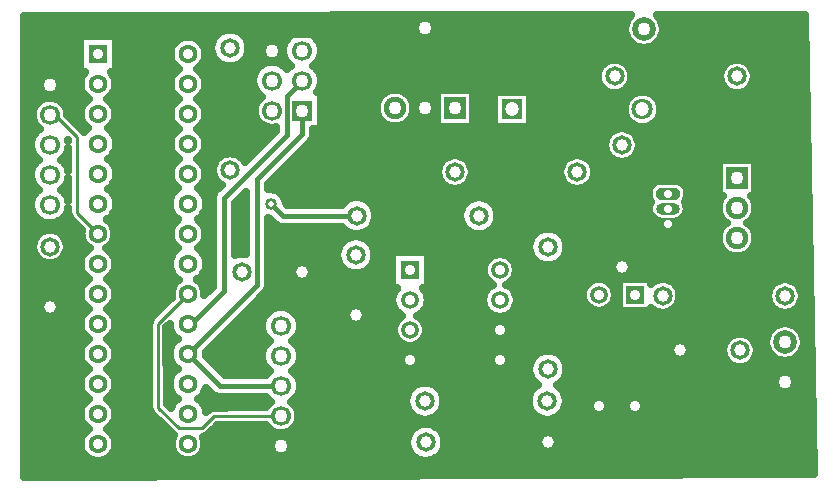
<source format=gbr>
G04 DipTrace 3.3.1.1*
G04 Bottom.Cu.gbr*
%MOIN*%
G04 #@! TF.FileFunction,Copper,L2,Bot*
G04 #@! TF.Part,Single*
%AMOUTLINE0*
4,1,8,
-0.029528,0.019685,
-0.03937,0.009843,
-0.03937,-0.009843,
-0.029528,-0.019685,
0.029528,-0.019685,
0.03937,-0.009843,
0.03937,0.009843,
0.029528,0.019685,
-0.029528,0.019685,
0*%
%ADD13C,0.03937*%
%ADD33C,0.019134*%
%ADD34C,0.047244*%
%ADD35C,0.035433*%
%ADD36C,0.043307*%
%ADD37C,0.027559*%
G04 #@! TA.AperFunction,ComponentPad*
%ADD15C,0.07874*%
G04 #@! TA.AperFunction,Conductor*
%ADD16C,0.01*%
%ADD17C,0.015748*%
G04 #@! TA.AperFunction,CopperBalancing*
%ADD18C,0.025*%
G04 #@! TA.AperFunction,ComponentPad*
%ADD19C,0.064961*%
%ADD20R,0.070866X0.070866*%
%ADD21C,0.070866*%
%ADD22R,0.059055X0.059055*%
%ADD23C,0.059055*%
%ADD24R,0.066929X0.066929*%
%ADD25C,0.066929*%
%ADD27R,0.074803X0.074803*%
%ADD28C,0.074803*%
%ADD29O,0.07874X0.03937*%
%ADD30R,0.062992X0.062992*%
%ADD31C,0.062992*%
G04 #@! TA.AperFunction,ViaPad*
%ADD32C,0.04*%
G04 #@! TA.AperFunction,ComponentPad*
%ADD57OUTLINE0*%
%FSLAX26Y26*%
G04*
G70*
G90*
G75*
G01*
G04 Bottom*
%LPD*%
X514961Y1624409D2*
D16*
X531732D1*
X604961Y1551181D1*
Y1296772D1*
X674961Y1226772D1*
X1284961Y619685D2*
X1061969D1*
X1021024Y578740D1*
X944331D1*
X874961Y648110D1*
Y926772D1*
X974961Y1026772D1*
X1254961Y1837795D2*
Y1849764D1*
X1291024Y1885827D1*
X1524803D1*
X1764961Y1645669D1*
X1251024Y1326772D2*
D17*
X1290394Y1287402D1*
X1537480D1*
X1284961Y719685D2*
X1082047D1*
X974961Y826772D1*
X1354961Y1637795D2*
Y1558189D1*
X1204961Y1408189D1*
Y1056772D1*
X974961Y826772D1*
Y926772D2*
X985984D1*
X1094961Y1035748D1*
Y1345748D1*
X1304961Y1555748D1*
Y1687795D1*
X1354961Y1737795D1*
D32*
X1251024Y1326772D3*
X429961Y1931135D2*
D18*
X2433453D1*
X2556475D2*
X3030673D1*
X429961Y1906266D2*
X1097197D1*
X1132735D2*
X2429685D1*
X2560243D2*
X3031176D1*
X429961Y1881398D2*
X611720D1*
X738188D2*
X953014D1*
X996913D2*
X1061564D1*
X1168332D2*
X1307370D1*
X1402547D2*
X2436180D1*
X2553713D2*
X3031642D1*
X429961Y1856529D2*
X611720D1*
X738188D2*
X922692D1*
X1027235D2*
X1051552D1*
X1178379D2*
X1292622D1*
X1417297D2*
X2458500D1*
X2531428D2*
X3032108D1*
X429961Y1831660D2*
X611720D1*
X738188D2*
X914690D1*
X1035238D2*
X1052521D1*
X1177374D2*
X1290038D1*
X1419879D2*
X3032610D1*
X429961Y1806791D2*
X611720D1*
X738188D2*
X918028D1*
X1031900D2*
X1065152D1*
X1164743D2*
X1297933D1*
X1411986D2*
X2383646D1*
X2411324D2*
X2791110D1*
X2818789D2*
X3033077D1*
X429961Y1781923D2*
X611720D1*
X738188D2*
X935718D1*
X1014209D2*
X1207900D1*
X1402009D2*
X2347689D1*
X2447280D2*
X2755154D1*
X2854745D2*
X3033543D1*
X429961Y1757054D2*
X623024D1*
X726920D2*
X923016D1*
X1026912D2*
X1192793D1*
X1417152D2*
X2339220D1*
X2455748D2*
X2746722D1*
X2863214D2*
X3034046D1*
X429961Y1732185D2*
X614734D1*
X735210D2*
X914726D1*
X1035201D2*
X1189993D1*
X1419916D2*
X2342593D1*
X2452340D2*
X2750094D1*
X2859840D2*
X3034513D1*
X429961Y1707316D2*
X617820D1*
X732088D2*
X917848D1*
X1032079D2*
X1197636D1*
X1412272D2*
X2361218D1*
X2433752D2*
X2768682D1*
X2841217D2*
X3034979D1*
X429961Y1682448D2*
X635080D1*
X714864D2*
X935072D1*
X1014854D2*
X1217087D1*
X1420167D2*
X1613929D1*
X1715996D2*
X1801568D1*
X1928358D2*
X1993512D1*
X2116392D2*
X2444899D1*
X2535125D2*
X3035482D1*
X429961Y1657579D2*
X466138D1*
X563791D2*
X623346D1*
X726597D2*
X923339D1*
X1026589D2*
X1199037D1*
X1420167D2*
X1602734D1*
X1727192D2*
X1801568D1*
X1928358D2*
X1993512D1*
X2116392D2*
X2430726D1*
X2549262D2*
X3035948D1*
X429961Y1632710D2*
X456091D1*
X573839D2*
X614770D1*
X735138D2*
X914762D1*
X1035130D2*
X1195735D1*
X1420167D2*
X1602949D1*
X1726976D2*
X1801568D1*
X1928358D2*
X1993512D1*
X2116392D2*
X2429253D1*
X2550734D2*
X3036450D1*
X429961Y1607841D2*
X457957D1*
X591098D2*
X617640D1*
X732266D2*
X917633D1*
X1032259D2*
X1203988D1*
X1420167D2*
X1614719D1*
X1715206D2*
X1801568D1*
X1928358D2*
X1993512D1*
X2116392D2*
X2439265D1*
X2540722D2*
X3036917D1*
X429961Y1582972D2*
X473350D1*
X615966D2*
X634470D1*
X715474D2*
X934462D1*
X1015465D2*
X1236966D1*
X1420167D2*
X1993512D1*
X2116392D2*
X2482937D1*
X2497042D2*
X3037383D1*
X429961Y1558104D2*
X459571D1*
X729504D2*
X923661D1*
X1026266D2*
X1252324D1*
X1394581D2*
X2375392D1*
X2467052D2*
X3037886D1*
X429961Y1533235D2*
X450385D1*
X737865D2*
X914833D1*
X1035093D2*
X1227457D1*
X1384929D2*
X2363765D1*
X2478678D2*
X3038352D1*
X429961Y1508366D2*
X451820D1*
X735353D2*
X917453D1*
X1032438D2*
X1202589D1*
X1360133D2*
X2364591D1*
X2477853D2*
X3038819D1*
X429961Y1483497D2*
X464917D1*
X564975D2*
X573970D1*
X720102D2*
X933852D1*
X1016075D2*
X1078501D1*
X1151394D2*
X1177722D1*
X1335265D2*
X1838134D1*
X1891793D2*
X2245635D1*
X2299257D2*
X2378693D1*
X2463751D2*
X3039322D1*
X429961Y1458629D2*
X459894D1*
X729181D2*
X924020D1*
X1025907D2*
X1060056D1*
X1310398D2*
X1812656D1*
X1917270D2*
X2220121D1*
X2324735D2*
X2741554D1*
X2868381D2*
X3039787D1*
X429961Y1433760D2*
X450457D1*
X737793D2*
X914906D1*
X1035022D2*
X1056719D1*
X1285529D2*
X1806484D1*
X1923442D2*
X2213949D1*
X2330907D2*
X2741554D1*
X2868381D2*
X3040290D1*
X429961Y1408891D2*
X451713D1*
X735496D2*
X917310D1*
X1032618D2*
X1065260D1*
X1260661D2*
X1811974D1*
X1917953D2*
X2219440D1*
X2325417D2*
X2741554D1*
X2868381D2*
X3040756D1*
X429961Y1384022D2*
X464487D1*
X565441D2*
X573970D1*
X720605D2*
X933278D1*
X1016650D2*
X1078251D1*
X1244585D2*
X1835478D1*
X1894448D2*
X2242944D1*
X2301949D2*
X2513618D1*
X2636318D2*
X2741554D1*
X2868381D2*
X3041223D1*
X429961Y1359154D2*
X460253D1*
X728858D2*
X921077D1*
X1028850D2*
X1057832D1*
X1290625D2*
X2509598D1*
X2640337D2*
X2741554D1*
X2868381D2*
X3041726D1*
X429961Y1334285D2*
X450528D1*
X737722D2*
X912178D1*
X1037749D2*
X1055356D1*
X1138512D2*
X1165341D1*
X1302180D2*
X1494829D1*
X1580139D2*
X1902295D1*
X1987604D2*
X2516381D1*
X2633518D2*
X2745251D1*
X2864685D2*
X3042192D1*
X429961Y1309416D2*
X451568D1*
X735676D2*
X914260D1*
X1035668D2*
X1055356D1*
X1134601D2*
X1165341D1*
X1597650D2*
X1884783D1*
X2005115D2*
X2509598D1*
X2640301D2*
X2741698D1*
X2868238D2*
X3042659D1*
X429961Y1284547D2*
X464056D1*
X565871D2*
X576697D1*
X721143D2*
X928793D1*
X1021135D2*
X1055356D1*
X1134601D2*
X1165341D1*
X1601633D2*
X1880801D1*
X2009134D2*
X2518642D1*
X2631259D2*
X2748803D1*
X2861096D2*
X3043160D1*
X429961Y1259678D2*
X599232D1*
X721538D2*
X924702D1*
X1025226D2*
X1055356D1*
X1134601D2*
X1165341D1*
X1244585D2*
X1263197D1*
X1595138D2*
X1887295D1*
X2002604D2*
X2762869D1*
X2847030D2*
X3043627D1*
X429961Y1234810D2*
X488421D1*
X541507D2*
X618035D1*
X731873D2*
X915049D1*
X1034878D2*
X1055356D1*
X1134601D2*
X1165341D1*
X1244585D2*
X1502652D1*
X1572316D2*
X1910154D1*
X1979781D2*
X2138807D1*
X2211126D2*
X2745466D1*
X2864470D2*
X3044130D1*
X429961Y1209941D2*
X462728D1*
X567199D2*
X620117D1*
X729827D2*
X916950D1*
X1032941D2*
X1055356D1*
X1134601D2*
X1165341D1*
X1244585D2*
X1501253D1*
X1568692D2*
X2116882D1*
X2233051D2*
X2741661D1*
X2868273D2*
X3044596D1*
X429961Y1185072D2*
X456484D1*
X573444D2*
X636588D1*
X713320D2*
X932165D1*
X1017761D2*
X1055356D1*
X1134601D2*
X1165341D1*
X1244585D2*
X1477642D1*
X1592268D2*
X2110782D1*
X2239152D2*
X2748551D1*
X2861383D2*
X3045063D1*
X429961Y1160203D2*
X461903D1*
X568025D2*
X625068D1*
X724839D2*
X921760D1*
X1028168D2*
X1055356D1*
X1134601D2*
X1165341D1*
X1244585D2*
X1470823D1*
X1599085D2*
X1653689D1*
X1776245D2*
X2115123D1*
X2234810D2*
X2772773D1*
X2837161D2*
X3045564D1*
X429961Y1135335D2*
X485228D1*
X544701D2*
X615093D1*
X734815D2*
X912322D1*
X1037605D2*
X1055356D1*
X1244585D2*
X1474555D1*
X1595390D2*
X1653689D1*
X1776245D2*
X1968071D1*
X2061848D2*
X2133318D1*
X2216580D2*
X3046031D1*
X429961Y1110466D2*
X616815D1*
X733092D2*
X913937D1*
X1035991D2*
X1055356D1*
X1244585D2*
X1491564D1*
X1578381D2*
X1653689D1*
X1776245D2*
X1959601D1*
X2070316D2*
X3046497D1*
X429961Y1085597D2*
X631635D1*
X718308D2*
X927787D1*
X1022104D2*
X1055356D1*
X1244585D2*
X1653689D1*
X1776245D2*
X1963621D1*
X2066298D2*
X3047000D1*
X429961Y1060728D2*
X625463D1*
X724480D2*
X929188D1*
X1020740D2*
X1055356D1*
X1244585D2*
X1653689D1*
X1776245D2*
X1985331D1*
X2044588D2*
X2304556D1*
X2385344D2*
X2409446D1*
X2598066D2*
X2924385D1*
X3005530D2*
X3047467D1*
X429961Y1035860D2*
X615201D1*
X734743D2*
X918207D1*
X1031720D2*
X1040097D1*
X1238126D2*
X1661655D1*
X1768280D2*
X1964877D1*
X2065042D2*
X2290849D1*
X2399051D2*
X2409446D1*
X2613567D2*
X2908846D1*
X3021068D2*
X3047933D1*
X429961Y1010991D2*
X616672D1*
X733272D2*
X916377D1*
X1214192D2*
X1653869D1*
X1776066D2*
X1956623D1*
X2073295D2*
X2290957D1*
X2398980D2*
X2409446D1*
X2615290D2*
X2907160D1*
X3022755D2*
X3048436D1*
X429961Y986122D2*
X631097D1*
X718811D2*
X891509D1*
X1189324D2*
X1657241D1*
X1772657D2*
X1960211D1*
X2069706D2*
X2304951D1*
X2384949D2*
X2409446D1*
X2604776D2*
X2917638D1*
X3012277D2*
X3048902D1*
X429961Y961253D2*
X625823D1*
X724085D2*
X866642D1*
X1164457D2*
X1235495D1*
X1334404D2*
X1674717D1*
X1755218D2*
X1979159D1*
X2050760D2*
X3049404D1*
X429961Y936385D2*
X615273D1*
X734635D2*
X845613D1*
X1139588D2*
X1222003D1*
X1347896D2*
X1668797D1*
X1761138D2*
X3049871D1*
X429961Y911516D2*
X616529D1*
X733415D2*
X843962D1*
X905983D2*
X913650D1*
X1114720D2*
X1220280D1*
X1349655D2*
X1659681D1*
X1770217D2*
X2918929D1*
X3010984D2*
X3050337D1*
X429961Y886647D2*
X630594D1*
X719312D2*
X843962D1*
X905983D2*
X926854D1*
X1089818D2*
X1229143D1*
X1340755D2*
X1663198D1*
X1766701D2*
X2783753D1*
X2846168D2*
X2903033D1*
X3026882D2*
X3050840D1*
X429961Y861778D2*
X626217D1*
X723690D2*
X843962D1*
X905983D2*
X922836D1*
X1064949D2*
X1235961D1*
X1333937D2*
X1683652D1*
X1746282D2*
X2761505D1*
X2868417D2*
X2899731D1*
X3030182D2*
X3051306D1*
X429961Y836909D2*
X615381D1*
X734563D2*
X843962D1*
X1040081D2*
X1222146D1*
X1347752D2*
X2165362D1*
X2184572D2*
X2756517D1*
X2873404D2*
X2906801D1*
X3023113D2*
X3051773D1*
X429961Y812041D2*
X616385D1*
X733559D2*
X843962D1*
X905983D2*
X913542D1*
X1044675D2*
X1220209D1*
X1349690D2*
X2122659D1*
X2227274D2*
X2763156D1*
X2866766D2*
X2930412D1*
X2999501D2*
X3052276D1*
X429961Y787172D2*
X630093D1*
X719815D2*
X843962D1*
X905983D2*
X926388D1*
X1069542D2*
X1228820D1*
X1341077D2*
X2111823D1*
X2238075D2*
X2790285D1*
X2839638D2*
X3052741D1*
X429961Y762303D2*
X626648D1*
X723295D2*
X843962D1*
X905983D2*
X923194D1*
X1094411D2*
X1236463D1*
X1333471D2*
X2112181D1*
X2237752D2*
X3053244D1*
X429961Y737434D2*
X615451D1*
X734455D2*
X843962D1*
X1347609D2*
X2123951D1*
X2225982D2*
X3053710D1*
X429961Y712566D2*
X616241D1*
X733667D2*
X843962D1*
X1349762D2*
X1718424D1*
X1811484D2*
X2125925D1*
X2218949D2*
X3054177D1*
X429961Y687697D2*
X629626D1*
X720318D2*
X843962D1*
X905983D2*
X925958D1*
X1023970D2*
X1060703D1*
X1341402D2*
X1703531D1*
X1826375D2*
X2111033D1*
X2233877D2*
X3054680D1*
X429961Y662828D2*
X627042D1*
X722865D2*
X843962D1*
X905983D2*
X923589D1*
X1026337D2*
X1245255D1*
X1324678D2*
X1701056D1*
X1828852D2*
X2108556D1*
X2236316D2*
X3055146D1*
X429961Y637959D2*
X615559D1*
X734348D2*
X845828D1*
X1341402D2*
X1709273D1*
X1820634D2*
X2116739D1*
X2228135D2*
X3055613D1*
X429961Y613091D2*
X616097D1*
X733810D2*
X867180D1*
X1344056D2*
X1736941D1*
X1793004D2*
X2144406D1*
X2200469D2*
X3056114D1*
X429961Y588222D2*
X629123D1*
X720783D2*
X892047D1*
X1073310D2*
X1234957D1*
X1334942D2*
X1740636D1*
X1794331D2*
X3056581D1*
X429961Y563353D2*
X627472D1*
X722471D2*
X916915D1*
X1048442D2*
X1273962D1*
X1295936D2*
X1712109D1*
X1822860D2*
X3057047D1*
X429961Y538484D2*
X615667D1*
X734240D2*
X918709D1*
X1031182D2*
X1703640D1*
X1831328D2*
X3057550D1*
X429961Y513615D2*
X615990D1*
X733954D2*
X919068D1*
X1030860D2*
X1705900D1*
X1829067D2*
X3058017D1*
X429961Y488747D2*
X628693D1*
X721251D2*
X932740D1*
X1017188D2*
X1720433D1*
X1814499D2*
X3058518D1*
X429961Y463878D2*
X3058986D1*
X429961Y439009D2*
X3059451D1*
X623403Y1887516D2*
X735705D1*
Y1766028D1*
X717655D1*
X721874Y1760856D1*
X726629Y1753097D1*
X730110Y1744692D1*
X732235Y1735843D1*
X732949Y1726772D1*
X732235Y1717701D1*
X730110Y1708852D1*
X726629Y1700446D1*
X721874Y1692688D1*
X715965Y1685768D1*
X709045Y1679858D1*
X704312Y1676798D1*
X709045Y1673685D1*
X715965Y1667776D1*
X721874Y1660856D1*
X726629Y1653097D1*
X730110Y1644692D1*
X732235Y1635843D1*
X732949Y1626772D1*
X732235Y1617701D1*
X730110Y1608852D1*
X726629Y1600446D1*
X721874Y1592688D1*
X715965Y1585768D1*
X709045Y1579858D1*
X706900Y1578425D1*
X714411Y1572962D1*
X721151Y1566222D1*
X726753Y1558510D1*
X731081Y1550017D1*
X734026Y1540951D1*
X735517Y1531538D1*
Y1522005D1*
X734026Y1512592D1*
X731081Y1503526D1*
X726753Y1495033D1*
X721151Y1487322D1*
X714411Y1480581D1*
X709411Y1476790D1*
X714411Y1472962D1*
X721151Y1466222D1*
X726753Y1458510D1*
X731081Y1450017D1*
X734026Y1440951D1*
X735517Y1431538D1*
Y1422005D1*
X734026Y1412592D1*
X731081Y1403526D1*
X726753Y1395033D1*
X721151Y1387322D1*
X714411Y1380581D1*
X709411Y1376790D1*
X714411Y1372962D1*
X721151Y1366222D1*
X726753Y1358510D1*
X731081Y1350017D1*
X734026Y1340951D1*
X735517Y1331538D1*
Y1322005D1*
X734026Y1312592D1*
X731081Y1303526D1*
X726753Y1295033D1*
X721151Y1287322D1*
X714411Y1280581D1*
X706699Y1274979D1*
X704017Y1273476D1*
X710680Y1268594D1*
X716783Y1262491D1*
X721856Y1255509D1*
X725774Y1247819D1*
X728441Y1239612D1*
X729791Y1231087D1*
Y1222457D1*
X728441Y1213932D1*
X725774Y1205724D1*
X721856Y1198034D1*
X716783Y1191052D1*
X710680Y1184949D1*
X703698Y1179877D1*
X701286Y1178440D1*
X709045Y1173685D1*
X715965Y1167776D1*
X721874Y1160856D1*
X726629Y1153097D1*
X730110Y1144692D1*
X732235Y1135843D1*
X732949Y1126772D1*
X732235Y1117701D1*
X730110Y1108852D1*
X726629Y1100446D1*
X721874Y1092688D1*
X715965Y1085768D1*
X709045Y1079858D1*
X704312Y1076798D1*
X709045Y1073685D1*
X715965Y1067776D1*
X721874Y1060856D1*
X726629Y1053097D1*
X730110Y1044692D1*
X732235Y1035843D1*
X732949Y1026772D1*
X732235Y1017701D1*
X730110Y1008852D1*
X726629Y1000446D1*
X721874Y992688D1*
X715965Y985768D1*
X709045Y979858D1*
X704312Y976798D1*
X709045Y973685D1*
X715965Y967776D1*
X721874Y960856D1*
X726629Y953097D1*
X730110Y944692D1*
X732235Y935843D1*
X732949Y926772D1*
X732235Y917701D1*
X730110Y908852D1*
X726629Y900446D1*
X721874Y892688D1*
X715965Y885768D1*
X709045Y879858D1*
X704312Y876798D1*
X709045Y873685D1*
X715965Y867776D1*
X721874Y860856D1*
X726629Y853097D1*
X730110Y844692D1*
X732235Y835843D1*
X732949Y826772D1*
X732235Y817701D1*
X730110Y808852D1*
X726629Y800446D1*
X721874Y792688D1*
X715965Y785768D1*
X709045Y779858D1*
X704312Y776798D1*
X709045Y773685D1*
X715965Y767776D1*
X721874Y760856D1*
X726629Y753097D1*
X730110Y744692D1*
X732235Y735843D1*
X732949Y726772D1*
X732235Y717701D1*
X730110Y708852D1*
X726629Y700446D1*
X721874Y692688D1*
X715965Y685768D1*
X709045Y679858D1*
X704312Y676798D1*
X709045Y673685D1*
X715965Y667776D1*
X721874Y660856D1*
X726629Y653097D1*
X730110Y644692D1*
X732235Y635843D1*
X732949Y626772D1*
X732235Y617701D1*
X730110Y608852D1*
X726629Y600446D1*
X721874Y592688D1*
X715965Y585768D1*
X709045Y579858D1*
X704312Y576798D1*
X709045Y573685D1*
X715965Y567776D1*
X721874Y560856D1*
X726629Y553097D1*
X730110Y544692D1*
X732235Y535843D1*
X732949Y526772D1*
X732235Y517701D1*
X730110Y508852D1*
X726629Y500446D1*
X721874Y492688D1*
X715965Y485768D1*
X709045Y479858D1*
X701286Y475104D1*
X692881Y471622D1*
X684031Y469497D1*
X674961Y468783D1*
X665890Y469497D1*
X657041Y471622D1*
X648635Y475104D1*
X640877Y479858D1*
X633957Y485768D1*
X628047Y492688D1*
X623293Y500446D1*
X619811Y508852D1*
X617686Y517701D1*
X616972Y526772D1*
X617686Y535843D1*
X619811Y544692D1*
X623293Y553097D1*
X628047Y560856D1*
X633957Y567776D1*
X640877Y573685D1*
X645609Y576745D1*
X640877Y579858D1*
X633957Y585768D1*
X628047Y592688D1*
X623293Y600446D1*
X619811Y608852D1*
X617686Y617701D1*
X616972Y626772D1*
X617686Y635843D1*
X619811Y644692D1*
X623293Y653097D1*
X628047Y660856D1*
X633957Y667776D1*
X640877Y673685D1*
X645609Y676745D1*
X640877Y679858D1*
X633957Y685768D1*
X628047Y692688D1*
X623293Y700446D1*
X619811Y708852D1*
X617686Y717701D1*
X616972Y726772D1*
X617686Y735843D1*
X619811Y744692D1*
X623293Y753097D1*
X628047Y760856D1*
X633957Y767776D1*
X640877Y773685D1*
X645609Y776745D1*
X640877Y779858D1*
X633957Y785768D1*
X628047Y792688D1*
X623293Y800446D1*
X619811Y808852D1*
X617686Y817701D1*
X616972Y826772D1*
X617686Y835843D1*
X619811Y844692D1*
X623293Y853097D1*
X628047Y860856D1*
X633957Y867776D1*
X640877Y873685D1*
X645609Y876745D1*
X640877Y879858D1*
X633957Y885768D1*
X628047Y892688D1*
X623293Y900446D1*
X619811Y908852D1*
X617686Y917701D1*
X616972Y926772D1*
X617686Y935843D1*
X619811Y944692D1*
X623293Y953097D1*
X628047Y960856D1*
X633957Y967776D1*
X640877Y973685D1*
X645609Y976745D1*
X640877Y979858D1*
X633957Y985768D1*
X628047Y992688D1*
X623293Y1000446D1*
X619811Y1008852D1*
X617686Y1017701D1*
X616972Y1026772D1*
X617686Y1035843D1*
X619811Y1044692D1*
X623293Y1053097D1*
X628047Y1060856D1*
X633957Y1067776D1*
X640877Y1073685D1*
X645609Y1076745D1*
X640877Y1079858D1*
X633957Y1085768D1*
X628047Y1092688D1*
X623293Y1100446D1*
X619811Y1108852D1*
X617686Y1117701D1*
X616972Y1126772D1*
X617686Y1135843D1*
X619811Y1144692D1*
X623293Y1153097D1*
X628047Y1160856D1*
X633957Y1167776D1*
X640877Y1173685D1*
X648682Y1178462D1*
X642633Y1182276D1*
X636070Y1187881D1*
X630465Y1194444D1*
X625955Y1201802D1*
X622652Y1209776D1*
X620638Y1218168D1*
X619961Y1226772D1*
X620638Y1235375D1*
X621549Y1239854D1*
X583286Y1278260D1*
X580657Y1281878D1*
X578626Y1285864D1*
X577244Y1290118D1*
X576545Y1294535D1*
X576457Y1312094D1*
X574604Y1305030D1*
X570839Y1295938D1*
X565696Y1287549D1*
X559306Y1280064D1*
X551822Y1273675D1*
X543432Y1268531D1*
X534340Y1264766D1*
X524772Y1262469D1*
X514961Y1261697D1*
X505150Y1262469D1*
X495581Y1264766D1*
X486490Y1268531D1*
X478100Y1273675D1*
X470615Y1280064D1*
X464226Y1287549D1*
X459083Y1295938D1*
X455318Y1305030D1*
X453020Y1314598D1*
X452248Y1324409D1*
X453020Y1334220D1*
X455318Y1343789D1*
X459083Y1352881D1*
X464226Y1361270D1*
X470615Y1368755D1*
X477147Y1374395D1*
X470615Y1380064D1*
X464226Y1387549D1*
X459083Y1395938D1*
X455318Y1405030D1*
X453020Y1414598D1*
X452248Y1424409D1*
X453020Y1434220D1*
X455318Y1443789D1*
X459083Y1452881D1*
X464226Y1461270D1*
X470615Y1468755D1*
X477147Y1474395D1*
X470615Y1480064D1*
X464226Y1487549D1*
X459083Y1495938D1*
X455318Y1505030D1*
X453020Y1514598D1*
X452248Y1524409D1*
X453020Y1534220D1*
X455318Y1543789D1*
X459083Y1552881D1*
X464226Y1561270D1*
X470615Y1568755D1*
X478100Y1575144D1*
X482146Y1577849D1*
X477962Y1581091D1*
X471642Y1587411D1*
X466387Y1594643D1*
X462328Y1602609D1*
X459566Y1611110D1*
X458168Y1619940D1*
Y1628879D1*
X459566Y1637709D1*
X462328Y1646210D1*
X466387Y1654176D1*
X471642Y1661408D1*
X477962Y1667728D1*
X485194Y1672983D1*
X493160Y1677042D1*
X501661Y1679804D1*
X510491Y1681202D1*
X519430D1*
X528260Y1679804D1*
X536761Y1677042D1*
X544727Y1672983D1*
X551959Y1667728D1*
X558280Y1661408D1*
X563534Y1654176D1*
X567593Y1646210D1*
X570356Y1637709D1*
X571753Y1628879D1*
X571924Y1624531D1*
X626635Y1569693D1*
X628026Y1567928D1*
X632008Y1569724D1*
X639256Y1575915D1*
X642990Y1578409D1*
X637301Y1582677D1*
X630866Y1589112D1*
X625517Y1596472D1*
X621387Y1604580D1*
X618575Y1613235D1*
X617151Y1622222D1*
Y1631322D1*
X618575Y1640308D1*
X621387Y1648963D1*
X625517Y1657071D1*
X630866Y1664432D1*
X637301Y1670866D1*
X644661Y1676215D1*
X645609Y1676745D1*
X640877Y1679858D1*
X633957Y1685768D1*
X628047Y1692688D1*
X623293Y1700446D1*
X619811Y1708852D1*
X617686Y1717701D1*
X616972Y1726772D1*
X617686Y1735843D1*
X619811Y1744692D1*
X623293Y1753097D1*
X628047Y1760856D1*
X632352Y1766038D1*
X614217Y1766028D1*
Y1887516D1*
X623403D1*
X1029791Y522457D2*
X1028441Y513932D1*
X1025774Y505724D1*
X1021856Y498034D1*
X1016783Y491052D1*
X1010680Y484949D1*
X1003698Y479877D1*
X996008Y475958D1*
X987801Y473291D1*
X979276Y471941D1*
X970646D1*
X962121Y473291D1*
X953913Y475958D1*
X946223Y479877D1*
X939241Y484949D1*
X933138Y491052D1*
X928066Y498034D1*
X924147Y505724D1*
X921480Y513932D1*
X920130Y522457D1*
Y531087D1*
X921480Y539612D1*
X924147Y547819D1*
X927991Y555377D1*
X924176Y558585D1*
X853286Y629598D1*
X850657Y633217D1*
X848626Y637202D1*
X847244Y641457D1*
X846545Y645874D1*
X846457Y739974D1*
X846545Y929008D1*
X847244Y933425D1*
X848626Y937680D1*
X850657Y941665D1*
X853286Y945283D1*
X919762Y1011885D1*
X921480Y1013932D1*
X920130Y1022457D1*
Y1031087D1*
X921480Y1039612D1*
X924147Y1047819D1*
X928066Y1055509D1*
X933138Y1062491D1*
X939241Y1068594D1*
X945873Y1073433D1*
X939256Y1077629D1*
X932008Y1083819D1*
X925818Y1091067D1*
X920837Y1099194D1*
X917189Y1108001D1*
X914965Y1117269D1*
X914217Y1126772D1*
X914965Y1136274D1*
X917189Y1145542D1*
X920837Y1154349D1*
X925818Y1162476D1*
X932008Y1169724D1*
X939256Y1175915D1*
X942990Y1178409D1*
X937301Y1182677D1*
X930866Y1189112D1*
X925517Y1196472D1*
X921387Y1204580D1*
X918575Y1213235D1*
X917151Y1222222D1*
Y1231322D1*
X918575Y1240308D1*
X921387Y1248963D1*
X925517Y1257071D1*
X930866Y1264432D1*
X937301Y1270866D1*
X943021Y1275118D1*
X935510Y1280581D1*
X928770Y1287322D1*
X923168Y1295033D1*
X918840Y1303526D1*
X915895Y1312592D1*
X914404Y1322005D1*
Y1331538D1*
X915895Y1340951D1*
X918840Y1350017D1*
X923168Y1358510D1*
X928770Y1366222D1*
X935510Y1372962D1*
X942990Y1378409D1*
X937301Y1382677D1*
X930866Y1389112D1*
X925517Y1396472D1*
X921387Y1404580D1*
X918575Y1413235D1*
X917151Y1422222D1*
Y1431322D1*
X918575Y1440308D1*
X921387Y1448963D1*
X925517Y1457071D1*
X930866Y1464432D1*
X937301Y1470866D1*
X944661Y1476215D1*
X945609Y1476745D1*
X940877Y1479858D1*
X933957Y1485768D1*
X928047Y1492688D1*
X923293Y1500446D1*
X919811Y1508852D1*
X917686Y1517701D1*
X916972Y1526772D1*
X917686Y1535843D1*
X919811Y1544692D1*
X923293Y1553097D1*
X928047Y1560856D1*
X933957Y1567776D1*
X940877Y1573685D1*
X945609Y1576745D1*
X940877Y1579858D1*
X933957Y1585768D1*
X928047Y1592688D1*
X923293Y1600446D1*
X919811Y1608852D1*
X917686Y1617701D1*
X916972Y1626772D1*
X917686Y1635843D1*
X919811Y1644692D1*
X923293Y1653097D1*
X928047Y1660856D1*
X933957Y1667776D1*
X940877Y1673685D1*
X945609Y1676745D1*
X940877Y1679858D1*
X933957Y1685768D1*
X928047Y1692688D1*
X923293Y1700446D1*
X919811Y1708852D1*
X917686Y1717701D1*
X916972Y1726772D1*
X917686Y1735843D1*
X919811Y1744692D1*
X923293Y1753097D1*
X928047Y1760856D1*
X933957Y1767776D1*
X940877Y1773685D1*
X945609Y1776745D1*
X940877Y1779858D1*
X933957Y1785768D1*
X928047Y1792688D1*
X923293Y1800446D1*
X919811Y1808852D1*
X917686Y1817701D1*
X916972Y1826772D1*
X917686Y1835843D1*
X919811Y1844692D1*
X923293Y1853097D1*
X928047Y1860856D1*
X933957Y1867776D1*
X940877Y1873685D1*
X948635Y1878440D1*
X957041Y1881921D1*
X965890Y1884046D1*
X974961Y1884760D1*
X984031Y1884046D1*
X992881Y1881921D1*
X1001286Y1878440D1*
X1009045Y1873685D1*
X1015965Y1867776D1*
X1021874Y1860856D1*
X1026629Y1853097D1*
X1030110Y1844692D1*
X1032235Y1835843D1*
X1032949Y1826772D1*
X1032235Y1817701D1*
X1030110Y1808852D1*
X1026629Y1800446D1*
X1021874Y1792688D1*
X1015965Y1785768D1*
X1009045Y1779858D1*
X1004312Y1776798D1*
X1009045Y1773685D1*
X1015965Y1767776D1*
X1021874Y1760856D1*
X1026629Y1753097D1*
X1030110Y1744692D1*
X1032235Y1735843D1*
X1032949Y1726772D1*
X1032235Y1717701D1*
X1030110Y1708852D1*
X1026629Y1700446D1*
X1021874Y1692688D1*
X1015965Y1685768D1*
X1009045Y1679858D1*
X1004312Y1676798D1*
X1009045Y1673685D1*
X1015965Y1667776D1*
X1021874Y1660856D1*
X1026629Y1653097D1*
X1030110Y1644692D1*
X1032235Y1635843D1*
X1032949Y1626772D1*
X1032235Y1617701D1*
X1030110Y1608852D1*
X1026629Y1600446D1*
X1021874Y1592688D1*
X1015965Y1585768D1*
X1009045Y1579858D1*
X1004312Y1576798D1*
X1009045Y1573685D1*
X1015965Y1567776D1*
X1021874Y1560856D1*
X1026629Y1553097D1*
X1030110Y1544692D1*
X1032235Y1535843D1*
X1032949Y1526772D1*
X1032235Y1517701D1*
X1030110Y1508852D1*
X1026629Y1500446D1*
X1021874Y1492688D1*
X1015965Y1485768D1*
X1009045Y1479858D1*
X1004312Y1476798D1*
X1009045Y1473685D1*
X1015965Y1467776D1*
X1021874Y1460856D1*
X1026629Y1453097D1*
X1030110Y1444692D1*
X1032235Y1435843D1*
X1032949Y1426772D1*
X1032235Y1417701D1*
X1030110Y1408852D1*
X1026629Y1400446D1*
X1021874Y1392688D1*
X1015965Y1385768D1*
X1009045Y1379858D1*
X1006900Y1378425D1*
X1014411Y1372962D1*
X1021151Y1366222D1*
X1026753Y1358510D1*
X1031081Y1350017D1*
X1034026Y1340951D1*
X1035517Y1331538D1*
Y1322005D1*
X1034026Y1312592D1*
X1031081Y1303526D1*
X1026753Y1295033D1*
X1021151Y1287322D1*
X1014411Y1280581D1*
X1006932Y1275134D1*
X1012621Y1270866D1*
X1019055Y1264432D1*
X1024404Y1257071D1*
X1028534Y1248963D1*
X1031346Y1240308D1*
X1032770Y1231322D1*
Y1222222D1*
X1031346Y1213235D1*
X1028534Y1204580D1*
X1024404Y1196472D1*
X1019055Y1189112D1*
X1012621Y1182677D1*
X1006900Y1178425D1*
X1014411Y1172962D1*
X1021151Y1166222D1*
X1026753Y1158510D1*
X1031081Y1150017D1*
X1034026Y1140951D1*
X1035517Y1131538D1*
Y1122005D1*
X1034026Y1112592D1*
X1031081Y1103526D1*
X1026753Y1095033D1*
X1021151Y1087322D1*
X1014411Y1080581D1*
X1006699Y1074979D1*
X1004017Y1073476D1*
X1010680Y1068594D1*
X1016783Y1062491D1*
X1021856Y1055509D1*
X1025774Y1047819D1*
X1028441Y1039612D1*
X1029791Y1031087D1*
X1029816Y1023114D1*
X1057856Y1051142D1*
X1057953Y1348660D1*
X1058864Y1354413D1*
X1060664Y1359954D1*
X1063308Y1365144D1*
X1066732Y1369857D1*
X1087108Y1390394D1*
X1082054Y1393684D1*
X1075374Y1399390D1*
X1069668Y1406070D1*
X1065079Y1413560D1*
X1061717Y1421676D1*
X1059665Y1430219D1*
X1058976Y1438976D1*
X1059665Y1447734D1*
X1061717Y1456277D1*
X1065079Y1464392D1*
X1069668Y1471883D1*
X1075374Y1478563D1*
X1082054Y1484269D1*
X1089545Y1488858D1*
X1097660Y1492220D1*
X1106203Y1494272D1*
X1114961Y1494961D1*
X1123718Y1494272D1*
X1132261Y1492220D1*
X1140377Y1488858D1*
X1147867Y1484269D1*
X1154547Y1478563D1*
X1160253Y1471883D1*
X1163509Y1466774D1*
X1267820Y1571106D1*
X1267839Y1582266D1*
X1259430Y1581003D1*
X1250491D1*
X1241661Y1582400D1*
X1233160Y1585163D1*
X1225194Y1589222D1*
X1217962Y1594476D1*
X1211642Y1600797D1*
X1206387Y1608029D1*
X1202328Y1615995D1*
X1199566Y1624496D1*
X1198168Y1633325D1*
Y1642265D1*
X1199566Y1651094D1*
X1202328Y1659596D1*
X1206387Y1667562D1*
X1211642Y1674794D1*
X1217962Y1681114D1*
X1222159Y1684340D1*
X1214232Y1690108D1*
X1207273Y1697067D1*
X1201490Y1705028D1*
X1197022Y1713797D1*
X1193980Y1723155D1*
X1192441Y1732875D1*
Y1742715D1*
X1193980Y1752436D1*
X1197022Y1761794D1*
X1201490Y1770563D1*
X1207273Y1778524D1*
X1214232Y1785483D1*
X1222193Y1791266D1*
X1230962Y1795734D1*
X1240320Y1798776D1*
X1250041Y1800315D1*
X1259881D1*
X1269601Y1798776D1*
X1278959Y1795734D1*
X1287728Y1791266D1*
X1295689Y1785483D1*
X1302648Y1778524D1*
X1304946Y1775609D1*
X1310615Y1782140D1*
X1317147Y1787781D1*
X1310615Y1793450D1*
X1304226Y1800934D1*
X1299083Y1809324D1*
X1295318Y1818416D1*
X1293020Y1827984D1*
X1292248Y1837795D1*
X1293020Y1847606D1*
X1295318Y1857175D1*
X1299083Y1866266D1*
X1304226Y1874656D1*
X1310615Y1882140D1*
X1318100Y1888530D1*
X1326490Y1893673D1*
X1335581Y1897438D1*
X1345150Y1899736D1*
X1354961Y1900508D1*
X1364772Y1899736D1*
X1374340Y1897438D1*
X1383432Y1893673D1*
X1391822Y1888530D1*
X1399306Y1882140D1*
X1405696Y1874656D1*
X1410839Y1866266D1*
X1414604Y1857175D1*
X1416902Y1847606D1*
X1417673Y1837795D1*
X1416902Y1827984D1*
X1414604Y1818416D1*
X1410839Y1809324D1*
X1405696Y1800934D1*
X1399306Y1793450D1*
X1392774Y1787810D1*
X1399306Y1782140D1*
X1405696Y1774656D1*
X1410839Y1766266D1*
X1414604Y1757175D1*
X1416902Y1747606D1*
X1417673Y1737795D1*
X1416902Y1727984D1*
X1414604Y1718416D1*
X1410839Y1709324D1*
X1405696Y1700934D1*
X1405350Y1700496D1*
X1417673Y1700508D1*
Y1575083D1*
X1392088D1*
X1391969Y1555277D1*
X1391056Y1549524D1*
X1389257Y1543983D1*
X1386613Y1538793D1*
X1383189Y1534080D1*
X1348731Y1499461D1*
X1242084Y1392814D1*
X1242083Y1375211D1*
X1247160Y1375867D1*
X1254887D1*
X1262521Y1374659D1*
X1269870Y1372270D1*
X1276756Y1368762D1*
X1283008Y1364220D1*
X1288472Y1358756D1*
X1293014Y1352504D1*
X1296522Y1345618D1*
X1298911Y1338269D1*
X1300138Y1330168D1*
X1305768Y1324526D1*
X1488151Y1324524D1*
X1493832Y1331050D1*
X1501197Y1337341D1*
X1509457Y1342402D1*
X1518406Y1346109D1*
X1527824Y1348370D1*
X1537480Y1349130D1*
X1547136Y1348370D1*
X1556555Y1346109D1*
X1565504Y1342402D1*
X1573764Y1337341D1*
X1581129Y1331050D1*
X1587420Y1323685D1*
X1592480Y1315425D1*
X1596188Y1306476D1*
X1598449Y1297058D1*
X1599209Y1287402D1*
X1598449Y1277745D1*
X1596188Y1268327D1*
X1592480Y1259378D1*
X1587420Y1251118D1*
X1581129Y1243753D1*
X1573764Y1237462D1*
X1565504Y1232402D1*
X1556555Y1228694D1*
X1547136Y1226433D1*
X1537480Y1225673D1*
X1527824Y1226433D1*
X1518406Y1228694D1*
X1509457Y1232402D1*
X1501197Y1237462D1*
X1493832Y1243753D1*
X1488209Y1250272D1*
X1287482Y1250394D1*
X1281728Y1251306D1*
X1276188Y1253105D1*
X1270997Y1255749D1*
X1266285Y1259173D1*
X1247677Y1277619D1*
X1242089Y1278374D1*
X1241969Y1053860D1*
X1241058Y1048106D1*
X1239257Y1042566D1*
X1236613Y1037375D1*
X1233189Y1032663D1*
X1198731Y998043D1*
X1035196Y834509D1*
X1035705Y826772D1*
X1035169Y819064D1*
X1097403Y756828D1*
X1234448Y756807D1*
X1240615Y764030D1*
X1247147Y769671D1*
X1240615Y775340D1*
X1234226Y782824D1*
X1229083Y791214D1*
X1225318Y800306D1*
X1223020Y809874D1*
X1222248Y819685D1*
X1223020Y829496D1*
X1225318Y839064D1*
X1229083Y848156D1*
X1234226Y856546D1*
X1240615Y864030D1*
X1247147Y869671D1*
X1240615Y875340D1*
X1234226Y882824D1*
X1229083Y891214D1*
X1225318Y900306D1*
X1223020Y909874D1*
X1222248Y919685D1*
X1223020Y929496D1*
X1225318Y939064D1*
X1229083Y948156D1*
X1234226Y956546D1*
X1240615Y964030D1*
X1248100Y970420D1*
X1256490Y975563D1*
X1265581Y979328D1*
X1275150Y981626D1*
X1284961Y982398D1*
X1294772Y981626D1*
X1304340Y979328D1*
X1313432Y975563D1*
X1321822Y970420D1*
X1329306Y964030D1*
X1335696Y956546D1*
X1340839Y948156D1*
X1344604Y939064D1*
X1346902Y929496D1*
X1347673Y919685D1*
X1346902Y909874D1*
X1344604Y900306D1*
X1340839Y891214D1*
X1335696Y882824D1*
X1329306Y875340D1*
X1322774Y869699D1*
X1329306Y864030D1*
X1335696Y856546D1*
X1340839Y848156D1*
X1344604Y839064D1*
X1346902Y829496D1*
X1347673Y819685D1*
X1346902Y809874D1*
X1344604Y800306D1*
X1340839Y791214D1*
X1335696Y782824D1*
X1329306Y775340D1*
X1322774Y769699D1*
X1329306Y764030D1*
X1335696Y756546D1*
X1340839Y748156D1*
X1344604Y739064D1*
X1346902Y729496D1*
X1347673Y719685D1*
X1346902Y709874D1*
X1344604Y700306D1*
X1340839Y691214D1*
X1335696Y682824D1*
X1329306Y675340D1*
X1321822Y668950D1*
X1317776Y666245D1*
X1321959Y663004D1*
X1328280Y656684D1*
X1333534Y649451D1*
X1337593Y641486D1*
X1340356Y632984D1*
X1341753Y624155D1*
Y615215D1*
X1340356Y606386D1*
X1337593Y597885D1*
X1333534Y589919D1*
X1328280Y582686D1*
X1321959Y576366D1*
X1314727Y571112D1*
X1306761Y567052D1*
X1298260Y564290D1*
X1289430Y562892D1*
X1280491D1*
X1271661Y564290D1*
X1263160Y567052D1*
X1255194Y571112D1*
X1247962Y576366D1*
X1241642Y582686D1*
X1236387Y589919D1*
X1235678Y591185D1*
X1073782Y591181D1*
X1039535Y557066D1*
X1035917Y554437D1*
X1031932Y552406D1*
X1027677Y551024D1*
X1025474Y550587D1*
X1025774Y547819D1*
X1028441Y539612D1*
X1029791Y531087D1*
Y522457D1*
X917364Y646014D2*
X920837Y654349D1*
X925818Y662476D1*
X932008Y669724D1*
X939256Y675915D1*
X940510Y676753D1*
X935510Y680581D1*
X928770Y687322D1*
X923168Y695033D1*
X918840Y703526D1*
X915895Y712592D1*
X914404Y722005D1*
Y731538D1*
X915895Y740951D1*
X918840Y750017D1*
X923168Y758510D1*
X928770Y766222D1*
X935510Y772962D1*
X940510Y776753D1*
X935510Y780581D1*
X928770Y787322D1*
X923168Y795033D1*
X918840Y803526D1*
X915895Y812592D1*
X914404Y822005D1*
Y831538D1*
X915895Y840951D1*
X918840Y850017D1*
X923168Y858510D1*
X928770Y866222D1*
X935510Y872962D1*
X940510Y876753D1*
X935510Y880581D1*
X928770Y887322D1*
X923168Y895033D1*
X918840Y903526D1*
X915895Y912592D1*
X914404Y922005D1*
X914257Y925748D1*
X903440Y914940D1*
X903465Y659902D1*
X917369Y646013D1*
X1009411Y676753D2*
X1014411Y672962D1*
X1021151Y666222D1*
X1026753Y658510D1*
X1031081Y650017D1*
X1034026Y640951D1*
X1035304Y633332D1*
X1043457Y641360D1*
X1047075Y643988D1*
X1051060Y646020D1*
X1055315Y647402D1*
X1059732Y648101D1*
X1153832Y648189D1*
X1235612D1*
X1238873Y653171D1*
X1244677Y659969D1*
X1251475Y665773D1*
X1252159Y666230D1*
X1244232Y671997D1*
X1237273Y678957D1*
X1234428Y682567D1*
X1079135Y682677D1*
X1073382Y683589D1*
X1067841Y685388D1*
X1062651Y688033D1*
X1057938Y691457D1*
X1034509Y714724D1*
X1032732Y708001D1*
X1029084Y699194D1*
X1024104Y691067D1*
X1017913Y683819D1*
X1010665Y677629D1*
X1009411Y676790D1*
X1132067Y1155723D2*
X1140550Y1158448D1*
X1150118Y1159963D1*
X1159803D1*
X1167829Y1158755D1*
X1167839Y1366129D1*
X1132101Y1330390D1*
X1132083Y1155741D1*
X576454Y1512354D2*
X574604Y1505030D1*
X570839Y1495938D1*
X565696Y1487549D1*
X559306Y1480064D1*
X552774Y1474424D1*
X559306Y1468755D1*
X565696Y1461270D1*
X570839Y1452881D1*
X574604Y1443789D1*
X576454Y1436465D1*
X576457Y1512113D1*
X575612Y1540215D2*
X576454Y1536465D1*
Y1412354D2*
X574604Y1405030D1*
X570839Y1395938D1*
X565696Y1387549D1*
X559306Y1380064D1*
X552774Y1374424D1*
X559306Y1368755D1*
X565696Y1361270D1*
X570839Y1352881D1*
X574604Y1343789D1*
X576454Y1336465D1*
X576457Y1412139D1*
X1176499Y1841614D2*
X1174983Y1832046D1*
X1171991Y1822835D1*
X1167593Y1814203D1*
X1161899Y1806367D1*
X1155050Y1799518D1*
X1147214Y1793824D1*
X1138583Y1789427D1*
X1129371Y1786434D1*
X1119803Y1784919D1*
X1110118D1*
X1100550Y1786434D1*
X1091339Y1789427D1*
X1082707Y1793824D1*
X1074871Y1799518D1*
X1068022Y1806367D1*
X1062328Y1814203D1*
X1057930Y1822835D1*
X1054938Y1832046D1*
X1053423Y1841614D1*
Y1851299D1*
X1054938Y1860867D1*
X1057930Y1870079D1*
X1062328Y1878710D1*
X1068022Y1886546D1*
X1074871Y1893395D1*
X1082707Y1899089D1*
X1091339Y1903487D1*
X1100550Y1906479D1*
X1110118Y1907995D1*
X1119803D1*
X1129371Y1906479D1*
X1138583Y1903487D1*
X1147214Y1899089D1*
X1155050Y1893395D1*
X1161899Y1886546D1*
X1167593Y1878710D1*
X1171991Y1870079D1*
X1174983Y1860867D1*
X1176499Y1851299D1*
Y1841614D1*
X570772Y1179860D2*
X569398Y1171182D1*
X566684Y1162828D1*
X562696Y1155000D1*
X557531Y1147894D1*
X551319Y1141681D1*
X544213Y1136517D1*
X536385Y1132529D1*
X528030Y1129815D1*
X519353Y1128441D1*
X510568D1*
X501891Y1129815D1*
X493537Y1132529D1*
X485709Y1136517D1*
X478602Y1141681D1*
X472390Y1147894D1*
X467226Y1155000D1*
X463238Y1162828D1*
X460524Y1171182D1*
X459150Y1179860D1*
Y1188644D1*
X460524Y1197322D1*
X463238Y1205676D1*
X467226Y1213504D1*
X472390Y1220610D1*
X478602Y1226823D1*
X485709Y1231987D1*
X493537Y1235975D1*
X501891Y1238689D1*
X510568Y1240063D1*
X519353D1*
X528030Y1238689D1*
X536385Y1235975D1*
X544213Y1231987D1*
X551319Y1226823D1*
X557531Y1220610D1*
X562696Y1213504D1*
X566684Y1205676D1*
X569398Y1197322D1*
X570772Y1188644D1*
Y1179860D1*
X1813241Y1706575D2*
X1925866D1*
Y1584764D1*
X1804055D1*
Y1706575D1*
X1813241D1*
X1725678Y1640891D2*
X1724184Y1631451D1*
X1721230Y1622362D1*
X1716891Y1613846D1*
X1711273Y1606114D1*
X1704516Y1599357D1*
X1696783Y1593739D1*
X1688268Y1589400D1*
X1679178Y1586446D1*
X1669739Y1584951D1*
X1660182D1*
X1650743Y1586446D1*
X1641654Y1589400D1*
X1633138Y1593739D1*
X1625406Y1599357D1*
X1618648Y1606114D1*
X1613030Y1613846D1*
X1608692Y1622362D1*
X1605738Y1631451D1*
X1604243Y1640891D1*
Y1650448D1*
X1605738Y1659887D1*
X1608692Y1668976D1*
X1613030Y1677492D1*
X1618648Y1685224D1*
X1625406Y1691982D1*
X1633138Y1697600D1*
X1641654Y1701938D1*
X1650743Y1704892D1*
X1660182Y1706387D1*
X1669739D1*
X1679178Y1704892D1*
X1688268Y1701938D1*
X1696783Y1697600D1*
X1704516Y1691982D1*
X1711273Y1685224D1*
X1716891Y1677492D1*
X1721230Y1668976D1*
X1724184Y1659887D1*
X1725678Y1650448D1*
Y1640891D1*
X2557640Y1904516D2*
X2556097Y1894772D1*
X2553049Y1885388D1*
X2548570Y1876597D1*
X2542770Y1868615D1*
X2535794Y1861639D1*
X2527812Y1855840D1*
X2519021Y1851361D1*
X2509638Y1848312D1*
X2499894Y1846769D1*
X2490028D1*
X2480283Y1848312D1*
X2470900Y1851361D1*
X2462109Y1855840D1*
X2454127Y1861639D1*
X2447151Y1868615D1*
X2441352Y1876597D1*
X2436873Y1885388D1*
X2433824Y1894772D1*
X2432281Y1904516D1*
Y1914382D1*
X2433824Y1924126D1*
X2436873Y1933509D1*
X2441352Y1942301D1*
X2447151Y1950282D1*
X2451819Y1955125D1*
X427482Y1952085D1*
X427461Y418066D1*
X3062196Y425848D1*
X3032699Y1955986D1*
X2538045Y1955245D1*
X2542770Y1950282D1*
X2548570Y1942301D1*
X2553049Y1933509D1*
X2556097Y1924126D1*
X2557640Y1914382D1*
Y1904516D1*
X2005210Y1700669D2*
X2113898D1*
Y1582795D1*
X1996024D1*
Y1700669D1*
X2005210D1*
X2548756Y1637108D2*
X2547308Y1627974D1*
X2544450Y1619178D1*
X2540252Y1610938D1*
X2534816Y1603455D1*
X2528277Y1596916D1*
X2520794Y1591480D1*
X2512554Y1587282D1*
X2503759Y1584424D1*
X2494625Y1582976D1*
X2485375D1*
X2476241Y1584424D1*
X2467446Y1587282D1*
X2459206Y1591480D1*
X2451723Y1596916D1*
X2445184Y1603455D1*
X2439748Y1610938D1*
X2435550Y1619178D1*
X2432692Y1627974D1*
X2431244Y1637108D1*
Y1646357D1*
X2432692Y1655491D1*
X2435550Y1664286D1*
X2439748Y1672526D1*
X2445184Y1680009D1*
X2451723Y1686549D1*
X2459206Y1691984D1*
X2467446Y1696182D1*
X2476241Y1699041D1*
X2485375Y1700488D1*
X2494625D1*
X2503759Y1699041D1*
X2512554Y1696182D1*
X2520794Y1691984D1*
X2528277Y1686549D1*
X2534816Y1680009D1*
X2540252Y1672526D1*
X2544450Y1664286D1*
X2547308Y1655491D1*
X2548756Y1646357D1*
Y1637108D1*
X1920772Y1428678D2*
X1919398Y1420001D1*
X1916684Y1411647D1*
X1912696Y1403819D1*
X1907531Y1396713D1*
X1901319Y1390500D1*
X1894213Y1385336D1*
X1886385Y1381348D1*
X1878030Y1378634D1*
X1869353Y1377260D1*
X1860568D1*
X1851891Y1378634D1*
X1843537Y1381348D1*
X1835709Y1385336D1*
X1828602Y1390500D1*
X1822390Y1396713D1*
X1817226Y1403819D1*
X1813238Y1411647D1*
X1810524Y1420001D1*
X1809150Y1428678D1*
Y1437463D1*
X1810524Y1446140D1*
X1813238Y1454495D1*
X1817226Y1462323D1*
X1822390Y1469429D1*
X1828602Y1475642D1*
X1835709Y1480806D1*
X1843537Y1484794D1*
X1851891Y1487508D1*
X1860568Y1488882D1*
X1869353D1*
X1878030Y1487508D1*
X1886385Y1484794D1*
X1894213Y1480806D1*
X1901319Y1475642D1*
X1907531Y1469429D1*
X1912696Y1462323D1*
X1916684Y1454495D1*
X1919398Y1446140D1*
X1920772Y1437463D1*
Y1428678D1*
X2328252D2*
X2326878Y1420001D1*
X2324164Y1411647D1*
X2320176Y1403819D1*
X2315012Y1396713D1*
X2308799Y1390500D1*
X2301693Y1385336D1*
X2293865Y1381348D1*
X2285510Y1378634D1*
X2276833Y1377260D1*
X2268049D1*
X2259371Y1378634D1*
X2251017Y1381348D1*
X2243189Y1385336D1*
X2236083Y1390500D1*
X2229870Y1396713D1*
X2224706Y1403819D1*
X2220718Y1411647D1*
X2218004Y1420001D1*
X2216630Y1428678D1*
Y1437463D1*
X2218004Y1446140D1*
X2220718Y1454495D1*
X2224706Y1462323D1*
X2229870Y1469429D1*
X2236083Y1475642D1*
X2243189Y1480806D1*
X2251017Y1484794D1*
X2259371Y1487508D1*
X2268049Y1488882D1*
X2276833D1*
X2285510Y1487508D1*
X2293865Y1484794D1*
X2301693Y1480806D1*
X2308799Y1475642D1*
X2315012Y1469429D1*
X2320176Y1462323D1*
X2324164Y1454495D1*
X2326878Y1446140D1*
X2328252Y1437463D1*
Y1428678D1*
X2870772Y834190D2*
X2869398Y825513D1*
X2866684Y817159D1*
X2862696Y809331D1*
X2857531Y802224D1*
X2851319Y796012D1*
X2844213Y790848D1*
X2836385Y786860D1*
X2828030Y784146D1*
X2819353Y782772D1*
X2810568D1*
X2801891Y784146D1*
X2793537Y786860D1*
X2785709Y790848D1*
X2778602Y796012D1*
X2772390Y802224D1*
X2767226Y809331D1*
X2763238Y817159D1*
X2760524Y825513D1*
X2759150Y834190D1*
Y842975D1*
X2760524Y851652D1*
X2763238Y860007D1*
X2767226Y867835D1*
X2772390Y874941D1*
X2778602Y881154D1*
X2785709Y886318D1*
X2793537Y890306D1*
X2801891Y893020D1*
X2810568Y894394D1*
X2819353D1*
X2828030Y893020D1*
X2836385Y890306D1*
X2844213Y886318D1*
X2851319Y881154D1*
X2857531Y874941D1*
X2862696Y867835D1*
X2866684Y860007D1*
X2869398Y851652D1*
X2870772Y842975D1*
Y834190D1*
X3027640Y861209D2*
X3026097Y851465D1*
X3023049Y842081D1*
X3018570Y833290D1*
X3012770Y825308D1*
X3005794Y818332D1*
X2997812Y812533D1*
X2989021Y808054D1*
X2979638Y805005D1*
X2969894Y803462D1*
X2960028D1*
X2950283Y805005D1*
X2940900Y808054D1*
X2932109Y812533D1*
X2924127Y818332D1*
X2917151Y825308D1*
X2911352Y833290D1*
X2906873Y842081D1*
X2903824Y851465D1*
X2902281Y861209D1*
Y871075D1*
X2903824Y880819D1*
X2906873Y890202D1*
X2911352Y898993D1*
X2917151Y906975D1*
X2924127Y913951D1*
X2932109Y919751D1*
X2940900Y924230D1*
X2950283Y927278D1*
X2960028Y928822D1*
X2969894D1*
X2979638Y927278D1*
X2989021Y924230D1*
X2997812Y919751D1*
X3005794Y913951D1*
X3012770Y906975D1*
X3018570Y898993D1*
X3023049Y890202D1*
X3026097Y880819D1*
X3027640Y871075D1*
Y861209D1*
X2477031Y1518245D2*
X2475657Y1509568D1*
X2472944Y1501214D1*
X2468955Y1493386D1*
X2463791Y1486280D1*
X2457579Y1480067D1*
X2450472Y1474903D1*
X2442644Y1470915D1*
X2434290Y1468201D1*
X2425613Y1466827D1*
X2416828D1*
X2408151Y1468201D1*
X2399797Y1470915D1*
X2391969Y1474903D1*
X2384862Y1480067D1*
X2378650Y1486280D1*
X2373486Y1493386D1*
X2369497Y1501214D1*
X2366783Y1509568D1*
X2365409Y1518245D1*
Y1527030D1*
X2366783Y1535707D1*
X2369497Y1544062D1*
X2373486Y1551890D1*
X2378650Y1558996D1*
X2384862Y1565209D1*
X2391969Y1570373D1*
X2399797Y1574361D1*
X2408151Y1577075D1*
X2416828Y1578449D1*
X2425613D1*
X2434290Y1577075D1*
X2442644Y1574361D1*
X2450472Y1570373D1*
X2457579Y1565209D1*
X2463791Y1558996D1*
X2468955Y1551890D1*
X2472944Y1544062D1*
X2475657Y1535707D1*
X2477031Y1527030D1*
Y1518245D1*
X2753241Y1474291D2*
X2865866D1*
Y1352480D1*
X2851692D1*
X2856891Y1345209D1*
X2861230Y1336693D1*
X2864184Y1327604D1*
X2865678Y1318164D1*
Y1308608D1*
X2864184Y1299168D1*
X2861230Y1290079D1*
X2856891Y1281563D1*
X2851273Y1273831D1*
X2844516Y1267073D1*
X2839719Y1263417D1*
X2844516Y1259698D1*
X2851273Y1252941D1*
X2856891Y1245209D1*
X2861230Y1236693D1*
X2864184Y1227604D1*
X2865678Y1218164D1*
Y1208608D1*
X2864184Y1199168D1*
X2861230Y1190079D1*
X2856891Y1181563D1*
X2851273Y1173831D1*
X2844516Y1167073D1*
X2836783Y1161455D1*
X2828268Y1157117D1*
X2819178Y1154163D1*
X2809739Y1152668D1*
X2800182D1*
X2790743Y1154163D1*
X2781654Y1157117D1*
X2773138Y1161455D1*
X2765406Y1167073D1*
X2758648Y1173831D1*
X2753030Y1181563D1*
X2748692Y1190079D1*
X2745738Y1199168D1*
X2744243Y1208608D1*
Y1218164D1*
X2745738Y1227604D1*
X2748692Y1236693D1*
X2753030Y1245209D1*
X2758648Y1252941D1*
X2765406Y1259698D1*
X2770202Y1263354D1*
X2765406Y1267073D1*
X2758648Y1273831D1*
X2753030Y1281563D1*
X2748692Y1290079D1*
X2745738Y1299168D1*
X2744243Y1308608D1*
Y1318164D1*
X2745738Y1327604D1*
X2748692Y1336693D1*
X2753030Y1345209D1*
X2758289Y1352486D1*
X2744055Y1352480D1*
Y1474291D1*
X2753241D1*
X2860772Y1747576D2*
X2859398Y1738899D1*
X2856684Y1730545D1*
X2852696Y1722717D1*
X2847531Y1715610D1*
X2841319Y1709398D1*
X2834213Y1704234D1*
X2826385Y1700245D1*
X2818030Y1697531D1*
X2809353Y1696157D1*
X2800568D1*
X2791891Y1697531D1*
X2783537Y1700245D1*
X2775709Y1704234D1*
X2768602Y1709398D1*
X2762390Y1715610D1*
X2757226Y1722717D1*
X2753238Y1730545D1*
X2750524Y1738899D1*
X2749150Y1747576D1*
Y1756361D1*
X2750524Y1765038D1*
X2753238Y1773392D1*
X2757226Y1781220D1*
X2762390Y1788327D1*
X2768602Y1794539D1*
X2775709Y1799703D1*
X2783537Y1803692D1*
X2791891Y1806406D1*
X2800568Y1807780D1*
X2809353D1*
X2818030Y1806406D1*
X2826385Y1803692D1*
X2834213Y1799703D1*
X2841319Y1794539D1*
X2847531Y1788327D1*
X2852696Y1781220D1*
X2856684Y1773392D1*
X2859398Y1765038D1*
X2860772Y1756361D1*
Y1747576D1*
X2453291D2*
X2451917Y1738899D1*
X2449203Y1730545D1*
X2445215Y1722717D1*
X2440051Y1715610D1*
X2433839Y1709398D1*
X2426732Y1704234D1*
X2418904Y1700245D1*
X2410550Y1697531D1*
X2401873Y1696157D1*
X2393088D1*
X2384411Y1697531D1*
X2376056Y1700245D1*
X2368228Y1704234D1*
X2361122Y1709398D1*
X2354909Y1715610D1*
X2349745Y1722717D1*
X2345757Y1730545D1*
X2343043Y1738899D1*
X2341669Y1747576D1*
Y1756361D1*
X2343043Y1765038D1*
X2345757Y1773392D1*
X2349745Y1781220D1*
X2354909Y1788327D1*
X2361122Y1794539D1*
X2368228Y1799703D1*
X2376056Y1803692D1*
X2384411Y1806406D1*
X2393088Y1807780D1*
X2401873D1*
X2410550Y1806406D1*
X2418904Y1803692D1*
X2426732Y1799703D1*
X2433839Y1794539D1*
X2440051Y1788327D1*
X2445215Y1781220D1*
X2449203Y1773392D1*
X2451917Y1765038D1*
X2453291Y1756361D1*
Y1747576D1*
X2518979Y1387493D2*
X2530168Y1398581D1*
X2534762Y1401651D1*
X2539946Y1403563D1*
X2545433Y1404213D1*
X2606332Y1404140D1*
X2611752Y1403062D1*
X2616769Y1400749D1*
X2621113Y1397323D1*
X2632203Y1386131D1*
X2635273Y1381537D1*
X2637185Y1376353D1*
X2637835Y1370860D1*
X2637762Y1349337D1*
X2636684Y1343917D1*
X2634371Y1338900D1*
X2630945Y1334556D1*
X2634547Y1327551D1*
X2636642Y1321106D1*
X2637702Y1314412D1*
Y1307635D1*
X2636642Y1300941D1*
X2634547Y1294496D1*
X2631470Y1288458D1*
X2627487Y1282975D1*
X2622694Y1278182D1*
X2617211Y1274199D1*
X2611173Y1271122D1*
X2604728Y1269028D1*
X2598034Y1267967D1*
X2557900Y1267835D1*
X2551887Y1267967D1*
X2545193Y1269028D1*
X2538748Y1271122D1*
X2532710Y1274199D1*
X2527227Y1278182D1*
X2522434Y1282975D1*
X2518451Y1288458D1*
X2515374Y1294496D1*
X2513280Y1300941D1*
X2512219Y1307635D1*
Y1314412D1*
X2513280Y1321106D1*
X2515374Y1327551D1*
X2518451Y1333589D1*
X2518971Y1334562D1*
X2515550Y1338900D1*
X2513238Y1343917D1*
X2512159Y1349337D1*
Y1372710D1*
X2513238Y1378130D1*
X2515550Y1383147D1*
X2518976Y1387491D1*
X3020772Y1015293D2*
X3019398Y1006615D1*
X3016684Y998261D1*
X3012696Y990433D1*
X3007531Y983327D1*
X3001319Y977114D1*
X2994213Y971950D1*
X2986385Y967962D1*
X2978030Y965248D1*
X2969353Y963874D1*
X2960568D1*
X2951891Y965248D1*
X2943537Y967962D1*
X2935709Y971950D1*
X2928602Y977114D1*
X2922390Y983327D1*
X2917226Y990433D1*
X2913238Y998261D1*
X2910524Y1006615D1*
X2909150Y1015293D1*
Y1024077D1*
X2910524Y1032755D1*
X2913238Y1041109D1*
X2917226Y1048937D1*
X2922390Y1056043D1*
X2928602Y1062256D1*
X2935709Y1067420D1*
X2943537Y1071408D1*
X2951891Y1074122D1*
X2960568Y1075496D1*
X2969353D1*
X2978030Y1074122D1*
X2986385Y1071408D1*
X2994213Y1067420D1*
X3001319Y1062256D1*
X3007531Y1056043D1*
X3012696Y1048937D1*
X3016684Y1041109D1*
X3019398Y1032755D1*
X3020772Y1024077D1*
Y1015293D1*
X2613291D2*
X2611917Y1006615D1*
X2609203Y998261D1*
X2605215Y990433D1*
X2600051Y983327D1*
X2593839Y977114D1*
X2586732Y971950D1*
X2578904Y967962D1*
X2570550Y965248D1*
X2561873Y963874D1*
X2553088D1*
X2544411Y965248D1*
X2536056Y967962D1*
X2528228Y971950D1*
X2521122Y977114D1*
X2517982Y980017D1*
X2517992Y970591D1*
X2411929D1*
Y1076654D1*
X2517992D1*
Y1059392D1*
X2524573Y1064978D1*
X2532064Y1069567D1*
X2540180Y1072929D1*
X2548723Y1074980D1*
X2557480Y1075669D1*
X2566238Y1074980D1*
X2574781Y1072929D1*
X2582896Y1069567D1*
X2590387Y1064978D1*
X2597067Y1059272D1*
X2602773Y1052592D1*
X2607362Y1045101D1*
X2610724Y1036986D1*
X2612776Y1028442D1*
X2613465Y1019685D1*
X2613291Y1015293D1*
X1596499Y1151850D2*
X1594983Y1142282D1*
X1591991Y1133071D1*
X1587593Y1124440D1*
X1581899Y1116604D1*
X1575050Y1109755D1*
X1567214Y1104060D1*
X1558583Y1099663D1*
X1549371Y1096671D1*
X1539803Y1095155D1*
X1530118D1*
X1520550Y1096671D1*
X1511339Y1099663D1*
X1502707Y1104060D1*
X1494871Y1109755D1*
X1488022Y1116604D1*
X1482328Y1124440D1*
X1477930Y1133071D1*
X1474938Y1142282D1*
X1473423Y1151850D1*
Y1161535D1*
X1474938Y1171104D1*
X1477930Y1180315D1*
X1482328Y1188946D1*
X1488022Y1196782D1*
X1494871Y1203631D1*
X1502707Y1209325D1*
X1511339Y1213723D1*
X1520550Y1216715D1*
X1530118Y1218231D1*
X1539803D1*
X1549371Y1216715D1*
X1558583Y1213723D1*
X1567214Y1209325D1*
X1575050Y1203631D1*
X1581899Y1196782D1*
X1587593Y1188946D1*
X1591991Y1180315D1*
X1594983Y1171104D1*
X1596499Y1161535D1*
Y1151850D1*
X2397828Y1019461D2*
X2396526Y1011241D1*
X2393955Y1003328D1*
X2390177Y995913D1*
X2385286Y989181D1*
X2379402Y983297D1*
X2372669Y978406D1*
X2365255Y974627D1*
X2357341Y972056D1*
X2349122Y970755D1*
X2340799D1*
X2332580Y972056D1*
X2324667Y974627D1*
X2317252Y978406D1*
X2310520Y983297D1*
X2304635Y989181D1*
X2299744Y995913D1*
X2295966Y1003328D1*
X2293395Y1011241D1*
X2292093Y1019461D1*
Y1027783D1*
X2293395Y1036003D1*
X2295966Y1043916D1*
X2299744Y1051331D1*
X2304635Y1058063D1*
X2310520Y1063948D1*
X2317252Y1068839D1*
X2324667Y1072617D1*
X2332580Y1075188D1*
X2340799Y1076490D1*
X2349122D1*
X2357341Y1075188D1*
X2365255Y1072617D1*
X2372669Y1068839D1*
X2379402Y1063948D1*
X2385286Y1058063D1*
X2390177Y1051331D1*
X2393955Y1043916D1*
X2396526Y1036003D1*
X2397828Y1027783D1*
Y1019461D1*
X1829018Y526654D2*
X1827503Y517085D1*
X1824510Y507874D1*
X1820113Y499243D1*
X1814419Y491407D1*
X1807570Y484558D1*
X1799734Y478864D1*
X1791102Y474466D1*
X1781891Y471474D1*
X1772323Y469958D1*
X1762638D1*
X1753070Y471474D1*
X1743858Y474466D1*
X1735227Y478864D1*
X1727391Y484558D1*
X1720542Y491407D1*
X1714848Y499243D1*
X1710450Y507874D1*
X1707458Y517085D1*
X1705942Y526654D1*
Y536339D1*
X1707458Y545907D1*
X1710450Y555118D1*
X1714848Y563749D1*
X1720542Y571585D1*
X1727391Y578434D1*
X1735227Y584129D1*
X1743858Y588526D1*
X1753070Y591518D1*
X1762638Y593034D1*
X1772323D1*
X1781891Y591518D1*
X1791102Y588526D1*
X1799734Y584129D1*
X1807570Y578434D1*
X1814419Y571585D1*
X1820113Y563749D1*
X1824510Y555118D1*
X1827503Y545907D1*
X1829018Y536339D1*
Y526654D1*
X1826499Y664449D2*
X1824983Y654881D1*
X1821991Y645669D1*
X1817593Y637038D1*
X1811899Y629202D1*
X1805050Y622353D1*
X1797214Y616659D1*
X1788583Y612261D1*
X1779371Y609269D1*
X1769803Y607753D1*
X1760118D1*
X1750550Y609269D1*
X1741339Y612261D1*
X1732707Y616659D1*
X1724871Y622353D1*
X1718022Y629202D1*
X1712328Y637038D1*
X1707930Y645669D1*
X1704938Y654881D1*
X1703423Y664449D1*
Y674134D1*
X1704938Y683702D1*
X1707930Y692913D1*
X1712328Y701545D1*
X1718022Y709381D1*
X1724871Y716230D1*
X1732707Y721924D1*
X1741339Y726322D1*
X1750550Y729314D1*
X1760118Y730829D1*
X1769803D1*
X1779371Y729314D1*
X1788583Y726322D1*
X1797214Y721924D1*
X1805050Y716230D1*
X1811899Y709381D1*
X1817593Y701545D1*
X1821991Y692913D1*
X1824983Y683702D1*
X1826499Y674134D1*
Y664449D1*
X2233979D2*
X2232463Y654881D1*
X2229471Y645669D1*
X2225073Y637038D1*
X2219379Y629202D1*
X2212530Y622353D1*
X2204694Y616659D1*
X2196063Y612261D1*
X2186852Y609269D1*
X2177283Y607753D1*
X2167598D1*
X2158030Y609269D1*
X2148819Y612261D1*
X2140188Y616659D1*
X2132352Y622353D1*
X2125503Y629202D1*
X2119808Y637038D1*
X2115411Y645669D1*
X2112419Y654881D1*
X2110903Y664449D1*
Y674134D1*
X2112419Y683702D1*
X2115411Y692913D1*
X2119808Y701545D1*
X2125503Y709381D1*
X2132352Y716230D1*
X2140188Y721924D1*
X2142385Y723154D1*
X2134871Y728652D1*
X2128022Y735501D1*
X2122328Y743337D1*
X2117930Y751969D1*
X2114938Y761180D1*
X2113423Y770748D1*
Y780433D1*
X2114938Y790001D1*
X2117930Y799213D1*
X2122328Y807844D1*
X2128022Y815680D1*
X2134871Y822529D1*
X2142707Y828223D1*
X2151339Y832621D1*
X2160550Y835613D1*
X2170118Y837129D1*
X2179803D1*
X2189371Y835613D1*
X2198583Y832621D1*
X2207214Y828223D1*
X2215050Y822529D1*
X2221899Y815680D1*
X2227593Y807844D1*
X2231991Y799213D1*
X2234983Y790001D1*
X2236499Y780433D1*
Y770748D1*
X2234983Y761180D1*
X2231991Y751969D1*
X2227593Y743337D1*
X2221899Y735501D1*
X2215050Y728652D1*
X2207214Y722958D1*
X2205017Y721728D1*
X2212530Y716230D1*
X2219379Y709381D1*
X2225073Y701545D1*
X2229471Y692913D1*
X2232463Y683702D1*
X2233979Y674134D1*
Y664449D1*
X2236499Y1178228D2*
X2234983Y1168660D1*
X2231991Y1159449D1*
X2227593Y1150818D1*
X2221899Y1142982D1*
X2215050Y1136133D1*
X2207214Y1130438D1*
X2198583Y1126041D1*
X2189371Y1123049D1*
X2179803Y1121533D1*
X2170118D1*
X2160550Y1123049D1*
X2151339Y1126041D1*
X2142707Y1130438D1*
X2134871Y1136133D1*
X2128022Y1142982D1*
X2122328Y1150818D1*
X2117930Y1159449D1*
X2114938Y1168660D1*
X2113423Y1178228D1*
Y1187913D1*
X2114938Y1197482D1*
X2117930Y1206693D1*
X2122328Y1215324D1*
X2128022Y1223160D1*
X2134871Y1230009D1*
X2142707Y1235703D1*
X2151339Y1240101D1*
X2160550Y1243093D1*
X2170118Y1244609D1*
X2179803D1*
X2189371Y1243093D1*
X2198583Y1240101D1*
X2207214Y1235703D1*
X2215050Y1230009D1*
X2221899Y1223160D1*
X2227593Y1215324D1*
X2231991Y1206693D1*
X2234983Y1197482D1*
X2236499Y1187913D1*
Y1178228D1*
X2006499Y1282559D2*
X2004983Y1272991D1*
X2001991Y1263780D1*
X1997593Y1255148D1*
X1991899Y1247312D1*
X1985050Y1240463D1*
X1977214Y1234769D1*
X1968583Y1230371D1*
X1959371Y1227379D1*
X1949803Y1225864D1*
X1940118D1*
X1930550Y1227379D1*
X1921339Y1230371D1*
X1912707Y1234769D1*
X1904871Y1240463D1*
X1898022Y1247312D1*
X1892328Y1255148D1*
X1887930Y1263780D1*
X1884938Y1272991D1*
X1883423Y1282559D1*
Y1292244D1*
X1884938Y1301812D1*
X1887930Y1311024D1*
X1892328Y1319655D1*
X1898022Y1327491D1*
X1904871Y1334340D1*
X1912707Y1340034D1*
X1921339Y1344432D1*
X1930550Y1347424D1*
X1940118Y1348940D1*
X1949803D1*
X1959371Y1347424D1*
X1968583Y1344432D1*
X1977214Y1340034D1*
X1985050Y1334340D1*
X1991899Y1327491D1*
X1997593Y1319655D1*
X2001991Y1311024D1*
X2004983Y1301812D1*
X2006499Y1292244D1*
Y1282559D1*
X1665371Y1165075D2*
X1773736D1*
Y1047524D1*
X1756835D1*
X1762510Y1040846D1*
X1767331Y1032983D1*
X1770860Y1024462D1*
X1773013Y1015493D1*
X1773736Y1006299D1*
X1773013Y997105D1*
X1770860Y988136D1*
X1767331Y979615D1*
X1762510Y971752D1*
X1756521Y964739D1*
X1749508Y958749D1*
X1741644Y953929D1*
X1739860Y953108D1*
X1746131Y949202D1*
X1752459Y943798D1*
X1757864Y937470D1*
X1762213Y930375D1*
X1765396Y922686D1*
X1767339Y914596D1*
X1767992Y906299D1*
X1767339Y898003D1*
X1765396Y889912D1*
X1762213Y882223D1*
X1757864Y875129D1*
X1752459Y868801D1*
X1746131Y863396D1*
X1739037Y859047D1*
X1731348Y855864D1*
X1723257Y853921D1*
X1714961Y853268D1*
X1706664Y853921D1*
X1698573Y855864D1*
X1690885Y859047D1*
X1683790Y863396D1*
X1677462Y868801D1*
X1672058Y875129D1*
X1667709Y882223D1*
X1664525Y889912D1*
X1662583Y898003D1*
X1661929Y906299D1*
X1662583Y914596D1*
X1664525Y922686D1*
X1667709Y930375D1*
X1672058Y937470D1*
X1677462Y943798D1*
X1683790Y949202D1*
X1690020Y953066D1*
X1684251Y956185D1*
X1676789Y961606D1*
X1670268Y968127D1*
X1664846Y975589D1*
X1660659Y983807D1*
X1657808Y992579D1*
X1656366Y1001688D1*
Y1010911D1*
X1657808Y1020020D1*
X1660659Y1028791D1*
X1664846Y1037009D1*
X1670268Y1044471D1*
X1673094Y1047529D1*
X1656185Y1047524D1*
Y1165075D1*
X1665371D1*
X2070807Y1001904D2*
X2069433Y993222D1*
X2066717Y984861D1*
X2062726Y977029D1*
X2057558Y969917D1*
X2051343Y963702D1*
X2044231Y958534D1*
X2036399Y954543D1*
X2028038Y951827D1*
X2019356Y950453D1*
X2010566D1*
X2001883Y951827D1*
X1993522Y954543D1*
X1985690Y958534D1*
X1978579Y963702D1*
X1972364Y969917D1*
X1967196Y977029D1*
X1963205Y984861D1*
X1960488Y993222D1*
X1959114Y1001904D1*
Y1010694D1*
X1960488Y1019377D1*
X1963205Y1027738D1*
X1967196Y1035570D1*
X1972364Y1042681D1*
X1978579Y1048896D1*
X1985690Y1054064D1*
X1993226Y1057917D1*
X1987252Y1061083D1*
X1980520Y1065974D1*
X1974635Y1071858D1*
X1969744Y1078591D1*
X1965966Y1086005D1*
X1963395Y1093919D1*
X1962093Y1102138D1*
Y1110461D1*
X1963395Y1118680D1*
X1965966Y1126593D1*
X1969744Y1134008D1*
X1974635Y1140740D1*
X1980520Y1146625D1*
X1987252Y1151516D1*
X1994667Y1155294D1*
X2002580Y1157865D1*
X2010799Y1159167D1*
X2019122D1*
X2027341Y1157865D1*
X2035255Y1155294D1*
X2042669Y1151516D1*
X2049402Y1146625D1*
X2055286Y1140740D1*
X2060177Y1134008D1*
X2063955Y1126593D1*
X2066526Y1118680D1*
X2067828Y1110461D1*
Y1102138D1*
X2066526Y1093919D1*
X2063955Y1086005D1*
X2060177Y1078591D1*
X2055286Y1071858D1*
X2049402Y1065974D1*
X2042669Y1061083D1*
X2036659Y1057951D1*
X2044231Y1054064D1*
X2051343Y1048896D1*
X2057558Y1042681D1*
X2062726Y1035570D1*
X2066717Y1027738D1*
X2069433Y1019377D1*
X2070807Y1010694D1*
Y1001904D1*
D19*
X1354961Y1098425D3*
X1154961D3*
X514961Y984252D3*
Y1184252D3*
X2614961Y838583D3*
X2814961D3*
X1534961Y956693D3*
Y1156693D3*
D20*
X2054961Y1641732D3*
D21*
X2490000D3*
D22*
X2464961Y1023622D3*
D23*
Y653543D3*
D22*
X2344961D3*
D23*
Y1023622D3*
D24*
X514961Y1724409D3*
D25*
Y1624409D3*
Y1524409D3*
Y1424409D3*
Y1324409D3*
D24*
X1284961Y519685D3*
D25*
Y619685D3*
Y719685D3*
Y819685D3*
Y919685D3*
D24*
X1354961Y1637795D3*
D25*
X1254961D3*
X1354961Y1737795D3*
X1254961D3*
X1354961Y1837795D3*
X1254961D3*
D15*
X2494961Y1909449D3*
X1764961Y1913386D3*
X2964961Y866142D3*
Y732283D3*
D27*
X2804961Y1413386D3*
D28*
Y1313386D3*
Y1213386D3*
D57*
X2574961Y1361024D3*
D29*
Y1311024D3*
Y1261024D3*
D19*
X1114961Y1846457D3*
Y1438976D3*
X2964961Y1019685D3*
X2557480D3*
X2804961Y1751969D3*
X2397480D3*
X1864961Y1433071D3*
X2272441D3*
X2421220Y1115157D3*
Y1522638D3*
X1764961Y669291D3*
X2172441D3*
X2174961Y775591D3*
Y1183071D3*
X1944961Y1287402D3*
X1537480D3*
X2174961Y531496D3*
X1767480D3*
D30*
X674961Y1826772D3*
D31*
Y1726772D3*
Y1626772D3*
Y1526772D3*
Y1426772D3*
Y1326772D3*
Y1226772D3*
Y1126772D3*
Y1026772D3*
Y926772D3*
Y826772D3*
Y726772D3*
Y626772D3*
Y526772D3*
X974961D3*
Y626772D3*
Y726772D3*
Y826772D3*
Y926772D3*
Y1026772D3*
Y1126772D3*
Y1226772D3*
Y1326772D3*
Y1426772D3*
Y1526772D3*
Y1626772D3*
Y1726772D3*
Y1826772D3*
D27*
X1864961Y1645669D3*
D28*
X1764961D3*
X1664961D3*
D22*
X1714961Y1106299D3*
D23*
Y1006299D3*
Y906299D3*
Y806299D3*
X2014961D3*
Y906299D3*
Y1006299D3*
Y1106299D3*
G04 Bottom Clear*
%LPC*%
D33*
X1251024Y1326772D3*
D13*
X1354961Y1098425D3*
X1154961D3*
X514961Y984252D3*
Y1184252D3*
X2614961Y838583D3*
X2814961D3*
X1534961Y956693D3*
Y1156693D3*
D34*
X2054961Y1641732D3*
X2490000D3*
D35*
X2464961Y1023622D3*
Y653543D3*
X2344961D3*
Y1023622D3*
D36*
X514961Y1724409D3*
Y1624409D3*
Y1524409D3*
Y1424409D3*
Y1324409D3*
X1284961Y519685D3*
Y619685D3*
Y719685D3*
Y819685D3*
Y919685D3*
X1354961Y1637795D3*
X1254961D3*
X1354961Y1737795D3*
X1254961D3*
X1354961Y1837795D3*
X1254961D3*
X2494961Y1909449D3*
X1764961Y1913386D3*
X2964961Y866142D3*
Y732283D3*
X2804961Y1413386D3*
Y1313386D3*
Y1213386D3*
D37*
X2574961Y1361024D3*
Y1311024D3*
Y1261024D3*
D13*
X1114961Y1846457D3*
Y1438976D3*
X2964961Y1019685D3*
X2557480D3*
X2804961Y1751969D3*
X2397480D3*
X1864961Y1433071D3*
X2272441D3*
X2421220Y1115157D3*
Y1522638D3*
X1764961Y669291D3*
X2172441D3*
X2174961Y775591D3*
Y1183071D3*
X1944961Y1287402D3*
X1537480D3*
X2174961Y531496D3*
X1767480D3*
D35*
X674961Y1826772D3*
Y1726772D3*
Y1626772D3*
Y1526772D3*
Y1426772D3*
Y1326772D3*
Y1226772D3*
Y1126772D3*
Y1026772D3*
Y926772D3*
Y826772D3*
Y726772D3*
Y626772D3*
Y526772D3*
X974961D3*
Y626772D3*
Y726772D3*
Y826772D3*
Y926772D3*
Y1026772D3*
Y1126772D3*
Y1226772D3*
Y1326772D3*
Y1426772D3*
Y1526772D3*
Y1626772D3*
Y1726772D3*
Y1826772D3*
D36*
X1864961Y1645669D3*
X1764961D3*
X1664961D3*
D35*
X1714961Y1106299D3*
Y1006299D3*
Y906299D3*
Y806299D3*
X2014961D3*
Y906299D3*
Y1006299D3*
Y1106299D3*
M02*

</source>
